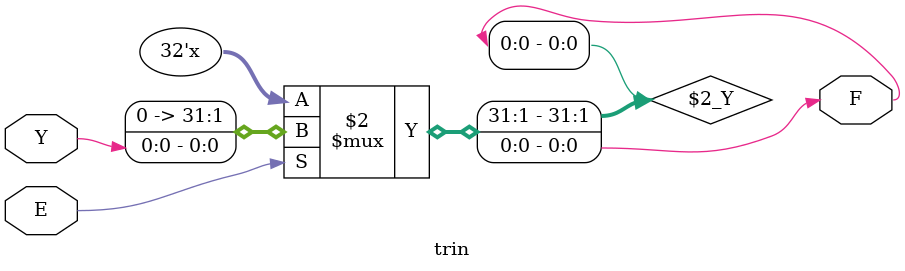
<source format=v>
module trin (Y, E, F);
	parameter n = 8;
	input Y;
	input E;
	output F;
	wire F/* synthesis keep="1" */;
	assign F = E ? Y : 'bz;
endmodule
</source>
